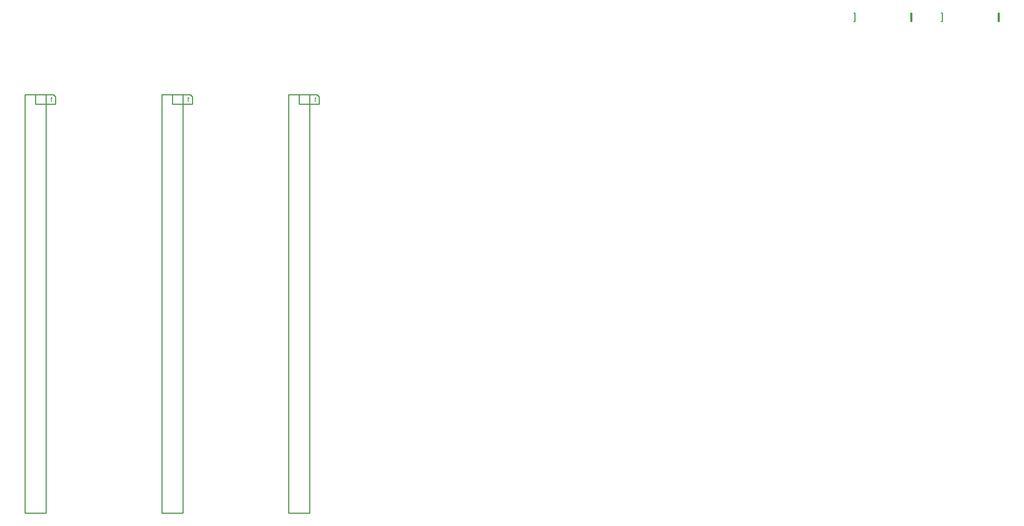
<source format=gbo>
G04 Layer: BottomSilkscreenLayer*
G04 EasyEDA v6.5.46, 2024-11-29 12:55:24*
G04 028e3914a6f949ed9ca799ef75e4ed4f,10*
G04 Gerber Generator version 0.2*
G04 Scale: 100 percent, Rotated: No, Reflected: No *
G04 Dimensions in inches *
G04 leading zeros omitted , absolute positions ,3 integer and 6 decimal *
%FSLAX36Y36*%
%MOIN*%

%ADD10C,0.0070*%
%ADD11C,0.0100*%

%LPD*%
D10*
X2920001Y-995453D02*
G01*
X2916364Y-993634D01*
X2910910Y-988180D01*
X2910910Y-1026361D01*
X1715001Y-995453D02*
G01*
X1711364Y-993634D01*
X1705910Y-988180D01*
X1705910Y-1026361D01*
X415001Y-995453D02*
G01*
X411365Y-993634D01*
X405909Y-988180D01*
X405909Y-1026361D01*
D11*
X2860000Y-960000D02*
G01*
X2860000Y-4940000D01*
X2660000Y-4940000D01*
X2660000Y-960000D01*
X2860000Y-960000D01*
X2860000Y-1050000D02*
G01*
X2760000Y-1050000D01*
X2760000Y-960000D02*
G01*
X2760000Y-1050000D01*
X2860000Y-1050000D02*
G01*
X2950000Y-1050000D01*
X2950000Y-980000D01*
X2930000Y-960000D01*
X2860000Y-960000D01*
X1655000Y-960000D02*
G01*
X1655000Y-4940000D01*
X1455000Y-4940000D01*
X1455000Y-960000D01*
X1655000Y-960000D01*
X1655000Y-1050000D02*
G01*
X1555000Y-1050000D01*
X1555000Y-960000D02*
G01*
X1555000Y-1050000D01*
X1655000Y-1050000D02*
G01*
X1745000Y-1050000D01*
X1745000Y-980000D01*
X1725000Y-960000D01*
X1655000Y-960000D01*
X355000Y-960000D02*
G01*
X355000Y-4940000D01*
X155000Y-4940000D01*
X155000Y-960000D01*
X355000Y-960000D01*
X355000Y-1050000D02*
G01*
X255000Y-1050000D01*
X255000Y-960000D02*
G01*
X255000Y-1050000D01*
X355000Y-1050000D02*
G01*
X445000Y-1050000D01*
X445000Y-980000D01*
X425000Y-960000D01*
X355000Y-960000D01*
X9406000Y-264000D02*
G01*
X9406000Y-185000D01*
X9406000Y-185000D02*
G01*
X9393999Y-185000D01*
X9393999Y-185000D02*
G01*
X9393999Y-264000D01*
X9393999Y-264000D02*
G01*
X9406000Y-264000D01*
X8853999Y-185000D02*
G01*
X8866000Y-185000D01*
X8866000Y-185000D02*
G01*
X8866000Y-264000D01*
X8866000Y-264000D02*
G01*
X8856000Y-264000D01*
X8576000Y-264000D02*
G01*
X8576000Y-185000D01*
X8576000Y-185000D02*
G01*
X8563999Y-185000D01*
X8563999Y-185000D02*
G01*
X8563999Y-264000D01*
X8563999Y-264000D02*
G01*
X8576000Y-264000D01*
X8023999Y-185000D02*
G01*
X8036000Y-185000D01*
X8036000Y-185000D02*
G01*
X8036000Y-264000D01*
X8036000Y-264000D02*
G01*
X8026000Y-264000D01*
M02*

</source>
